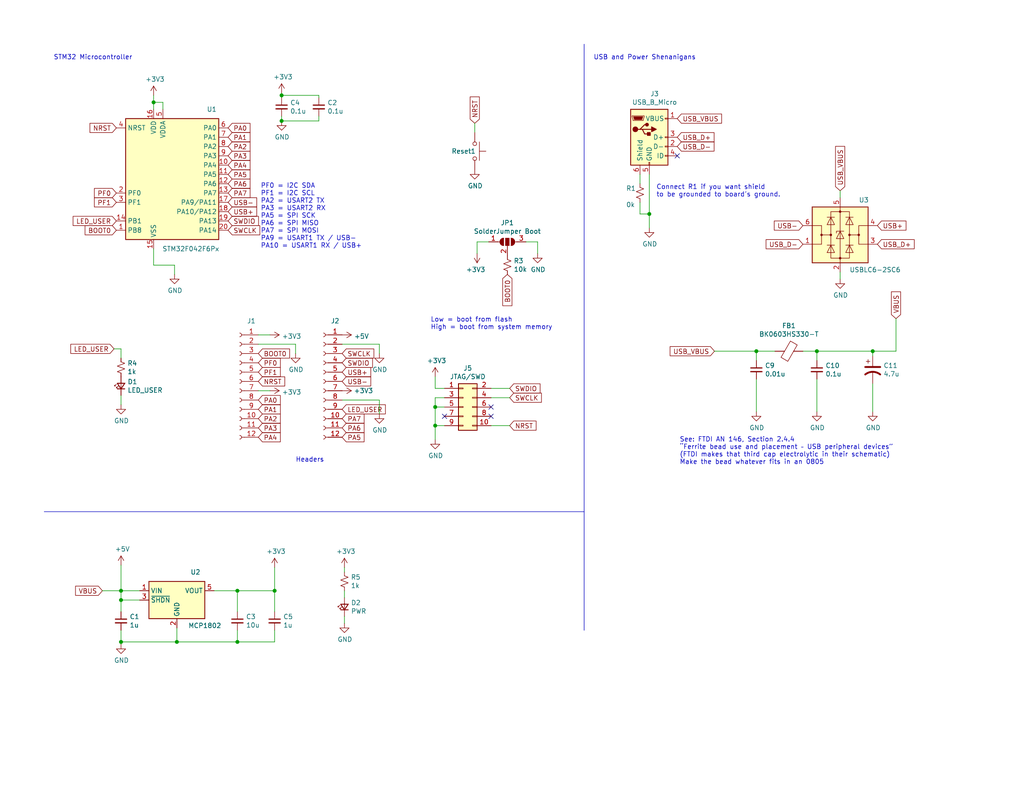
<source format=kicad_sch>
(kicad_sch (version 20230121) (generator eeschema)
  (paper "USLetter")
  (title_block (title "STM32F042 Dev Board") (date "2023-03-22") (rev "3") (company "Jed Parsons"))
  (lib_symbols
    (symbol "Connector:Conn_01x12_Female" (pin_names (offset 1.016) hide)
      (property "Reference" "J" (at 0 15.24 0))
      (property "Value" "Conn_01x12_Female" (at 0 -17.78 0))
      (symbol "Conn_01x12_Female_1_1"
        (arc (start 0 -14.732) (mid -0.5058 -15.24) (end 0 -15.748) (stroke (width 0.1524)))
        (arc (start 0 -12.192) (mid -0.5058 -12.7) (end 0 -13.208) (stroke (width 0.1524)))
        (arc (start 0 -9.652) (mid -0.5058 -10.16) (end 0 -10.668) (stroke (width 0.1524)))
        (arc (start 0 -7.112) (mid -0.5058 -7.62) (end 0 -8.128) (stroke (width 0.1524)))
        (arc (start 0 -4.572) (mid -0.5058 -5.08) (end 0 -5.588) (stroke (width 0.1524)))
        (arc (start 0 -2.032) (mid -0.5058 -2.54) (end 0 -3.048) (stroke (width 0.1524)))
        (polyline (pts (xy -1.27 -15.24) (xy -0.508 -15.24)) (stroke (width 0.1524)))
        (polyline (pts (xy -1.27 -12.7) (xy -0.508 -12.7)) (stroke (width 0.1524)))
        (polyline (pts (xy -1.27 -10.16) (xy -0.508 -10.16)) (stroke (width 0.1524)))
        (polyline (pts (xy -1.27 -7.62) (xy -0.508 -7.62)) (stroke (width 0.1524)))
        (polyline (pts (xy -1.27 -5.08) (xy -0.508 -5.08)) (stroke (width 0.1524)))
        (polyline (pts (xy -1.27 -2.54) (xy -0.508 -2.54)) (stroke (width 0.1524)))
        (polyline (pts (xy -1.27 0) (xy -0.508 0)) (stroke (width 0.1524)))
        (polyline (pts (xy -1.27 2.54) (xy -0.508 2.54)) (stroke (width 0.1524)))
        (polyline (pts (xy -1.27 5.08) (xy -0.508 5.08)) (stroke (width 0.1524)))
        (polyline (pts (xy -1.27 7.62) (xy -0.508 7.62)) (stroke (width 0.1524)))
        (polyline (pts (xy -1.27 10.16) (xy -0.508 10.16)) (stroke (width 0.1524)))
        (polyline (pts (xy -1.27 12.7) (xy -0.508 12.7)) (stroke (width 0.1524)))
        (arc (start 0 0.508) (mid -0.5058 0) (end 0 -0.508) (stroke (width 0.1524)))
        (arc (start 0 3.048) (mid -0.5058 2.54) (end 0 2.032) (stroke (width 0.1524)))
        (arc (start 0 5.588) (mid -0.5058 5.08) (end 0 4.572) (stroke (width 0.1524)))
        (arc (start 0 8.128) (mid -0.5058 7.62) (end 0 7.112) (stroke (width 0.1524)))
        (arc (start 0 10.668) (mid -0.5058 10.16) (end 0 9.652) (stroke (width 0.1524)))
        (arc (start 0 13.208) (mid -0.5058 12.7) (end 0 12.192) (stroke (width 0.1524)))
        (pin passive line (at -5.08 12.7 0) (length 3.81) (name "Pin_1") (number "1"))
        (pin passive line (at -5.08 -10.16 0) (length 3.81) (name "Pin_10") (number "10"))
        (pin passive line (at -5.08 -12.7 0) (length 3.81) (name "Pin_11") (number "11"))
        (pin passive line (at -5.08 -15.24 0) (length 3.81) (name "Pin_12") (number "12"))
        (pin passive line (at -5.08 10.16 0) (length 3.81) (name "Pin_2") (number "2"))
        (pin passive line (at -5.08 7.62 0) (length 3.81) (name "Pin_3") (number "3"))
        (pin passive line (at -5.08 5.08 0) (length 3.81) (name "Pin_4") (number "4"))
        (pin passive line (at -5.08 2.54 0) (length 3.81) (name "Pin_5") (number "5"))
        (pin passive line (at -5.08 0 0) (length 3.81) (name "Pin_6") (number "6"))
        (pin passive line (at -5.08 -2.54 0) (length 3.81) (name "Pin_7") (number "7"))
        (pin passive line (at -5.08 -5.08 0) (length 3.81) (name "Pin_8") (number "8"))
        (pin passive line (at -5.08 -7.62 0) (length 3.81) (name "Pin_9") (number "9"))
      )
    )
    (symbol "Connector:USB_B_Micro" (pin_names (offset 1.016))
      (property "Reference" "J" (at -5.08 11.43 0))
      (property "Value" "USB_B_Micro" (at -5.08 8.89 0))
      (symbol "USB_B_Micro_0_1"
        (rectangle (start -5.08 -7.62) (end 5.08 7.62) (stroke (width 0.254)) (fill (type background)))
        (circle (center -3.81 2.159) (radius 0.635) (stroke (width 0.254)) (fill (type outline)))
        (circle (center -0.635 3.429) (radius 0.381) (stroke (width 0.254)) (fill (type outline)))
        (rectangle (start -0.127 -7.62) (end 0.127 -6.858))
        (polyline (pts (xy -1.905 2.159) (xy 0.635 2.159)) (stroke (width 0.254)))
        (polyline (pts (xy -3.175 2.159) (xy -2.54 2.159) (xy -1.27 3.429) (xy -0.635 3.429)) (stroke (width 0.254)))
        (polyline (pts (xy -2.54 2.159) (xy -1.905 2.159) (xy -1.27 0.889) (xy 0 0.889)) (stroke (width 0.254)))
        (polyline (pts (xy 0.635 2.794) (xy 0.635 1.524) (xy 1.905 2.159) (xy 0.635 2.794)) (stroke (width 0.254)) (fill (type outline)))
        (polyline (pts (xy -4.318 5.588) (xy -1.778 5.588) (xy -2.032 4.826) (xy -4.064 4.826) (xy -4.318 5.588)) (fill (type outline)))
        (polyline (pts (xy -4.699 5.842) (xy -4.699 5.588) (xy -4.445 4.826) (xy -4.445 4.572) (xy -1.651 4.572) (xy -1.651 4.826) (xy -1.397 5.588) (xy -1.397 5.842) (xy -4.699 5.842)))
        (rectangle (start 0.254 1.27) (end -0.508 0.508) (stroke (width 0.254)) (fill (type outline)))
        (rectangle (start 5.08 -5.207) (end 4.318 -4.953))
        (rectangle (start 5.08 -2.667) (end 4.318 -2.413))
        (rectangle (start 5.08 -0.127) (end 4.318 0.127))
        (rectangle (start 5.08 4.953) (end 4.318 5.207))
      )
      (symbol "USB_B_Micro_1_1"
        (pin power_out line (at 7.62 5.08 180) (length 2.54) (name "VBUS") (number "1"))
        (pin bidirectional line (at 7.62 -2.54 180) (length 2.54) (name "D-") (number "2"))
        (pin bidirectional line (at 7.62 0 180) (length 2.54) (name "D+") (number "3"))
        (pin passive line (at 7.62 -5.08 180) (length 2.54) (name "ID") (number "4"))
        (pin power_out line (at 0 -10.16 90) (length 2.54) (name "GND") (number "5"))
        (pin passive line (at -2.54 -10.16 90) (length 2.54) (name "Shield") (number "6"))
      )
    )
    (symbol "Connector_Generic:Conn_02x05_Odd_Even" (pin_names (offset 1.016) hide)
      (property "Reference" "J" (at 1.27 7.62 0))
      (property "Value" "Conn_02x05_Odd_Even" (at 1.27 -7.62 0))
      (symbol "Conn_02x05_Odd_Even_1_1"
        (rectangle (start -1.27 -4.953) (end 0 -5.207) (stroke (width 0.1524)))
        (rectangle (start -1.27 -2.413) (end 0 -2.667) (stroke (width 0.1524)))
        (rectangle (start -1.27 0.127) (end 0 -0.127) (stroke (width 0.1524)))
        (rectangle (start -1.27 2.667) (end 0 2.413) (stroke (width 0.1524)))
        (rectangle (start -1.27 5.207) (end 0 4.953) (stroke (width 0.1524)))
        (rectangle (start -1.27 6.35) (end 3.81 -6.35) (stroke (width 0.254)) (fill (type background)))
        (rectangle (start 3.81 -4.953) (end 2.54 -5.207) (stroke (width 0.1524)))
        (rectangle (start 3.81 -2.413) (end 2.54 -2.667) (stroke (width 0.1524)))
        (rectangle (start 3.81 0.127) (end 2.54 -0.127) (stroke (width 0.1524)))
        (rectangle (start 3.81 2.667) (end 2.54 2.413) (stroke (width 0.1524)))
        (rectangle (start 3.81 5.207) (end 2.54 4.953) (stroke (width 0.1524)))
        (pin passive line (at -5.08 5.08 0) (length 3.81) (name "Pin_1") (number "1"))
        (pin passive line (at 7.62 -5.08 180) (length 3.81) (name "Pin_10") (number "10"))
        (pin passive line (at 7.62 5.08 180) (length 3.81) (name "Pin_2") (number "2"))
        (pin passive line (at -5.08 2.54 0) (length 3.81) (name "Pin_3") (number "3"))
        (pin passive line (at 7.62 2.54 180) (length 3.81) (name "Pin_4") (number "4"))
        (pin passive line (at -5.08 0 0) (length 3.81) (name "Pin_5") (number "5"))
        (pin passive line (at 7.62 0 180) (length 3.81) (name "Pin_6") (number "6"))
        (pin passive line (at -5.08 -2.54 0) (length 3.81) (name "Pin_7") (number "7"))
        (pin passive line (at 7.62 -2.54 180) (length 3.81) (name "Pin_8") (number "8"))
        (pin passive line (at -5.08 -5.08 0) (length 3.81) (name "Pin_9") (number "9"))
      )
    )
    (symbol "Device:C_Small" (pin_numbers hide) (pin_names (offset 0.254) hide)
      (property "Reference" "C" (at 0.254 1.778 0))
      (property "Value" "C_Small" (at 0.254 -2.032 0))
      (symbol "C_Small_0_1"
        (polyline (pts (xy -1.524 -0.508) (xy 1.524 -0.508)) (stroke (width 0.3302)))
        (polyline (pts (xy -1.524 0.508) (xy 1.524 0.508)) (stroke (width 0.3048)))
      )
      (symbol "C_Small_1_1"
        (pin passive line (at 0 2.54 270) (length 2.032) (name "~") (number "1"))
        (pin passive line (at 0 -2.54 90) (length 2.032) (name "~") (number "2"))
      )
    )
    (symbol "Device:LED_Small" (pin_numbers hide) (pin_names (offset 0.254) hide)
      (property "Reference" "D" (at -1.27 3.175 0))
      (property "Value" "LED_Small" (at -4.445 -2.54 0))
      (symbol "LED_Small_0_1"
        (polyline (pts (xy -0.762 -1.016) (xy -0.762 1.016)) (stroke (width 0.254)))
        (polyline (pts (xy 1.016 0) (xy -0.762 0)))
        (polyline (pts (xy 0.762 -1.016) (xy -0.762 0) (xy 0.762 1.016) (xy 0.762 -1.016)) (stroke (width 0.254)))
        (polyline (pts (xy 0 0.762) (xy -0.508 1.27) (xy -0.254 1.27) (xy -0.508 1.27) (xy -0.508 1.016)))
        (polyline (pts (xy 0.508 1.27) (xy 0 1.778) (xy 0.254 1.778) (xy 0 1.778) (xy 0 1.524)))
      )
      (symbol "LED_Small_1_1"
        (pin passive line (at -2.54 0 0) (length 1.778) (name "K") (number "1"))
        (pin passive line (at 2.54 0 180) (length 1.778) (name "A") (number "2"))
      )
    )
    (symbol "Device:R_Small_US" (pin_numbers hide) (pin_names (offset 0.254) hide)
      (property "Reference" "R" (at 0.762 0.508 0))
      (property "Value" "R_Small_US" (at 0.762 -1.016 0))
      (symbol "R_Small_US_1_1"
        (polyline (pts (xy 0 0) (xy 1.016 -0.381) (xy 0 -0.762) (xy -1.016 -1.143) (xy 0 -1.524)))
        (polyline (pts (xy 0 1.524) (xy 1.016 1.143) (xy 0 0.762) (xy -1.016 0.381) (xy 0 0)))
        (pin passive line (at 0 2.54 270) (length 1.016) (name "~") (number "1"))
        (pin passive line (at 0 -2.54 90) (length 1.016) (name "~") (number "2"))
      )
    )
    (symbol "MCU_ST_STM32F0:STM32F042F6Px"
      (property "Reference" "U" (at -12.7 16.51 0))
      (property "Value" "STM32F042F6Px" (at 0 16.51 0))
      (symbol "STM32F042F6Px_0_1"
        (rectangle (start -12.7 -17.78) (end 12.7 15.24) (stroke (width 0.254)) (fill (type background)))
      )
      (symbol "STM32F042F6Px_1_1"
        (pin bidirectional line (at -15.24 -15.24 0) (length 2.54) (name "PB8") (number "1"))
        (pin bidirectional line (at 15.24 2.54 180) (length 2.54) (name "PA4") (number "10"))
        (pin bidirectional line (at 15.24 0 180) (length 2.54) (name "PA5") (number "11"))
        (pin bidirectional line (at 15.24 -2.54 180) (length 2.54) (name "PA6") (number "12"))
        (pin bidirectional line (at 15.24 -5.08 180) (length 2.54) (name "PA7") (number "13"))
        (pin bidirectional line (at -15.24 -12.7 0) (length 2.54) (name "PB1") (number "14"))
        (pin power_in line (at -5.08 -20.32 90) (length 2.54) (name "VSS") (number "15"))
        (pin power_in line (at -5.08 17.78 270) (length 2.54) (name "VDD") (number "16"))
        (pin bidirectional line (at 15.24 -7.62 180) (length 2.54) (name "PA9/PA11") (number "17"))
        (pin bidirectional line (at 15.24 -10.16 180) (length 2.54) (name "PA10/PA12") (number "18"))
        (pin bidirectional line (at 15.24 -12.7 180) (length 2.54) (name "PA13") (number "19"))
        (pin input line (at -15.24 -5.08 0) (length 2.54) (name "PF0") (number "2"))
        (pin bidirectional line (at 15.24 -15.24 180) (length 2.54) (name "PA14") (number "20"))
        (pin input line (at -15.24 -7.62 0) (length 2.54) (name "PF1") (number "3"))
        (pin input line (at -15.24 12.7 0) (length 2.54) (name "NRST") (number "4"))
        (pin power_in line (at -2.54 17.78 270) (length 2.54) (name "VDDA") (number "5"))
        (pin bidirectional line (at 15.24 12.7 180) (length 2.54) (name "PA0") (number "6"))
        (pin bidirectional line (at 15.24 10.16 180) (length 2.54) (name "PA1") (number "7"))
        (pin bidirectional line (at 15.24 7.62 180) (length 2.54) (name "PA2") (number "8"))
        (pin bidirectional line (at 15.24 5.08 180) (length 2.54) (name "PA3") (number "9"))
      )
    )
    (symbol "Power_Protection:USBLC6-2SC6" (pin_names hide)
      (property "Reference" "U" (at 2.54 8.89 0))
      (property "Value" "USBLC6-2SC6" (at 2.54 -8.89 0))
      (symbol "USBLC6-2SC6_0_1"
        (rectangle (start -7.62 -7.62) (end 7.62 7.62) (stroke (width 0.254)) (fill (type background)))
        (circle (center -5.08 0) (radius 0.254) (fill (type outline)))
        (circle (center -2.54 0) (radius 0.254) (fill (type outline)))
        (rectangle (start -2.54 6.35) (end 2.54 -6.35))
        (circle (center 0 -6.35) (radius 0.254) (fill (type outline)))
        (polyline (pts (xy -5.08 -2.54) (xy -7.62 -2.54)))
        (polyline (pts (xy -5.08 0) (xy -5.08 -2.54)))
        (polyline (pts (xy -5.08 2.54) (xy -7.62 2.54)))
        (polyline (pts (xy -1.524 -2.794) (xy -3.556 -2.794)))
        (polyline (pts (xy -1.524 4.826) (xy -3.556 4.826)))
        (polyline (pts (xy 0 -7.62) (xy 0 -6.35)))
        (polyline (pts (xy 0 -6.35) (xy 0 1.27)))
        (polyline (pts (xy 0 1.27) (xy 0 6.35)))
        (polyline (pts (xy 0 6.35) (xy 0 7.62)))
        (polyline (pts (xy 1.524 -2.794) (xy 3.556 -2.794)))
        (polyline (pts (xy 1.524 4.826) (xy 3.556 4.826)))
        (polyline (pts (xy 5.08 -2.54) (xy 7.62 -2.54)))
        (polyline (pts (xy 5.08 0) (xy 5.08 -2.54)))
        (polyline (pts (xy 5.08 2.54) (xy 7.62 2.54)))
        (polyline (pts (xy -2.54 0) (xy -5.08 0) (xy -5.08 2.54)))
        (polyline (pts (xy 2.54 0) (xy 5.08 0) (xy 5.08 2.54)))
        (polyline (pts (xy -3.556 -4.826) (xy -1.524 -4.826) (xy -2.54 -2.794) (xy -3.556 -4.826)))
        (polyline (pts (xy -3.556 2.794) (xy -1.524 2.794) (xy -2.54 4.826) (xy -3.556 2.794)))
        (polyline (pts (xy -1.016 -1.016) (xy 1.016 -1.016) (xy 0 1.016) (xy -1.016 -1.016)))
        (polyline (pts (xy 1.016 1.016) (xy 0.762 1.016) (xy -1.016 1.016) (xy -1.016 0.508)))
        (polyline (pts (xy 3.556 -4.826) (xy 1.524 -4.826) (xy 2.54 -2.794) (xy 3.556 -4.826)))
        (polyline (pts (xy 3.556 2.794) (xy 1.524 2.794) (xy 2.54 4.826) (xy 3.556 2.794)))
        (circle (center 0 6.35) (radius 0.254) (fill (type outline)))
        (circle (center 2.54 0) (radius 0.254) (fill (type outline)))
        (circle (center 5.08 0) (radius 0.254) (fill (type outline)))
      )
      (symbol "USBLC6-2SC6_1_1"
        (pin passive line (at -10.16 -2.54 0) (length 2.54) (name "I/O1") (number "1"))
        (pin passive line (at 0 -10.16 90) (length 2.54) (name "GND") (number "2"))
        (pin passive line (at 10.16 -2.54 180) (length 2.54) (name "I/O2") (number "3"))
        (pin passive line (at 10.16 2.54 180) (length 2.54) (name "I/O2") (number "4"))
        (pin passive line (at 0 10.16 270) (length 2.54) (name "VBUS") (number "5"))
        (pin passive line (at -10.16 2.54 0) (length 2.54) (name "I/O1") (number "6"))
      )
    )
    (symbol "Regulator_Linear:MCP1802x-xx02xOT"
      (property "Reference" "U" (at -6.35 6.35 0))
      (property "Value" "MCP1802x-xx02xOT" (at 0 6.35 0))
      (symbol "MCP1802x-xx02xOT_0_1"
        (rectangle (start -7.62 5.08) (end 7.62 -5.08) (stroke (width 0.254)) (fill (type background)))
      )
      (symbol "MCP1802x-xx02xOT_1_1"
        (pin power_in line (at -10.16 2.54 0) (length 2.54) (name "VIN") (number "1"))
        (pin power_in line (at 0 -7.62 90) (length 2.54) (name "GND") (number "2"))
        (pin input line (at -10.16 0 0) (length 2.54) (name "~{SHDN}") (number "3"))
        (pin no_connect line (at 7.62 0 180) (length 2.54) hide (name "NC") (number "4"))
        (pin power_out line (at 10.16 2.54 180) (length 2.54) (name "VOUT") (number "5"))
      )
    )
    (symbol "Switch:SW_Push" (pin_numbers hide) (pin_names (offset 1.016) hide)
      (property "Reference" "SW" (at 1.27 2.54 0))
      (property "Value" "SW_Push" (at 0 -1.524 0))
      (symbol "SW_Push_0_1"
        (circle (center -2.032 0) (radius 0.508))
        (polyline (pts (xy 0 1.27) (xy 0 3.048)))
        (polyline (pts (xy 2.54 1.27) (xy -2.54 1.27)))
        (circle (center 2.032 0) (radius 0.508))
        (pin passive line (at -5.08 0 0) (length 2.54) (name "1") (number "1"))
        (pin passive line (at 5.08 0 180) (length 2.54) (name "2") (number "2"))
      )
    )
    (symbol "power:+5V" (power) (pin_names (offset 0))
      (property "Value" "+5V" (at 0 3.556 0))
      (symbol "+5V_0_1"
        (polyline (pts (xy -0.762 1.27) (xy 0 2.54)))
        (polyline (pts (xy 0 0) (xy 0 2.54)))
        (polyline (pts (xy 0 2.54) (xy 0.762 1.27)))
      )
      (symbol "+5V_1_1"
        (pin power_in line (at 0 0 90) (length 0) hide (name "+5V") (number "1"))
      )
    )
    (symbol "power:GND" (power) (pin_names (offset 0))
      (property "Value" "GND" (at 0 -3.81 0))
      (symbol "GND_0_1"
        (polyline (pts (xy 0 0) (xy 0 -1.27) (xy 1.27 -1.27) (xy 0 -2.54) (xy -1.27 -1.27) (xy 0 -1.27)))
      )
      (symbol "GND_1_1"
        (pin power_in line (at 0 0 270) (length 0) hide (name "GND") (number "1"))
      )
    )
    (symbol "stm32f042_board-rescue:+3.3V-power" (power) (pin_names (offset 0))
      (property "Value" "+3.3V-power" (at 0 3.556 0))
      (symbol "+3.3V-power_0_1"
        (polyline (pts (xy -0.762 1.27) (xy 0 2.54)))
        (polyline (pts (xy 0 0) (xy 0 2.54)))
        (polyline (pts (xy 0 2.54) (xy 0.762 1.27)))
      )
      (symbol "+3.3V-power_1_1"
        (pin power_in line (at 0 0 90) (length 0) hide (name "+3V3") (number "1"))
      )
    )
    (symbol "stm32f042_board-rescue:CP1-Device" (pin_numbers hide) (pin_names (offset 0.254) hide)
      (property "Reference" "C" (at 0.635 2.54 0))
      (property "Value" "CP1-Device" (at 0.635 -2.54 0))
      (symbol "CP1-Device_0_1"
        (polyline (pts (xy -2.032 0.762) (xy 2.032 0.762)) (stroke (width 0.508)))
        (polyline (pts (xy -1.778 2.286) (xy -0.762 2.286)))
        (polyline (pts (xy -1.27 1.778) (xy -1.27 2.794)))
        (arc (start 2.032 -1.27) (mid 0 -0.5572) (end -2.032 -1.27) (stroke (width 0.508)))
      )
      (symbol "CP1-Device_1_1"
        (pin passive line (at 0 3.81 270) (length 2.794) (name "~") (number "1"))
        (pin passive line (at 0 -3.81 90) (length 3.302) (name "~") (number "2"))
      )
    )
    (symbol "stm32f042_board-rescue:Ferrite_Bead-Device" (pin_numbers hide) (pin_names (offset 0))
      (property "Reference" "FB" (at -3.81 0.635 90))
      (property "Value" "Ferrite_Bead-Device" (at 3.81 0 90))
      (symbol "Ferrite_Bead-Device_0_1"
        (polyline (pts (xy 0 -1.27) (xy 0 -1.2192)))
        (polyline (pts (xy 0 1.27) (xy 0 1.2954)))
        (polyline (pts (xy -2.7686 0.4064) (xy -1.7018 2.2606) (xy 2.7686 -0.3048) (xy 1.6764 -2.159) (xy -2.7686 0.4064)))
      )
      (symbol "Ferrite_Bead-Device_1_1"
        (pin passive line (at 0 3.81 270) (length 2.54) (name "~") (number "1"))
        (pin passive line (at 0 -3.81 90) (length 2.54) (name "~") (number "2"))
      )
    )
    (symbol "stm32f042_board-rescue:SolderJumper_3_Open-Jumper" (pin_names (offset 0) hide)
      (property "Reference" "JP" (at -2.54 -2.54 0))
      (property "Value" "SolderJumper_3_Open-Jumper" (at 0 2.794 0))
      (symbol "SolderJumper_3_Open-Jumper_0_1"
        (arc (start -1.016 1.016) (mid -2.0276 0) (end -1.016 -1.016))
        (arc (start -1.016 1.016) (mid -2.0276 0) (end -1.016 -1.016) (fill (type outline)))
        (rectangle (start -0.508 1.016) (end 0.508 -1.016) (fill (type outline)))
        (polyline (pts (xy -2.54 0) (xy -2.032 0)))
        (polyline (pts (xy -1.016 1.016) (xy -1.016 -1.016)))
        (polyline (pts (xy 0 -1.27) (xy 0 -1.016)))
        (polyline (pts (xy 1.016 1.016) (xy 1.016 -1.016)))
        (polyline (pts (xy 2.54 0) (xy 2.032 0)))
        (arc (start 1.016 -1.016) (mid 2.0276 0) (end 1.016 1.016))
        (arc (start 1.016 -1.016) (mid 2.0276 0) (end 1.016 1.016) (fill (type outline)))
      )
      (symbol "SolderJumper_3_Open-Jumper_1_1"
        (pin passive line (at -5.08 0 0) (length 2.54) (name "A") (number "1"))
        (pin input line (at 0 -3.81 90) (length 2.54) (name "C") (number "2"))
        (pin passive line (at 5.08 0 180) (length 2.54) (name "B") (number "3"))
      )
    )
  )
  (junction (at 222.885 95.885))
  (junction (at 64.77 161.29))
  (junction (at 76.835 26.035))
  (junction (at 76.835 33.02))
  (junction (at 118.745 116.205))
  (junction (at 118.745 111.125))
  (junction (at 64.77 175.26))
  (junction (at 177.165 58.42))
  (junction (at 74.93 161.29))
  (junction (at 206.375 95.885))
  (junction (at 33.02 175.26))
  (junction (at 41.91 27.94))
  (junction (at 48.26 175.26))
  (junction (at 33.02 163.83))
  (junction (at 33.02 161.29))
  (junction (at 238.125 95.885))
  (no_connect (at 133.985 111.125))
  (no_connect (at 184.785 42.545))
  (no_connect (at 121.285 113.665))
  (no_connect (at 133.985 113.665))
  (wire (pts (xy 33.02 97.79) (xy 33.02 95.25)))
  (wire (pts (xy 130.175 66.04) (xy 133.35 66.04)))
  (wire (pts (xy 33.02 163.83) (xy 38.1 163.83)))
  (wire (pts (xy 86.995 33.02) (xy 76.835 33.02)))
  (wire (pts (xy 118.745 108.585) (xy 121.285 108.585)))
  (wire (pts (xy 93.98 154.94) (xy 93.98 156.21)))
  (wire (pts (xy 229.235 52.07) (xy 229.235 53.975)))
  (wire (pts (xy 177.165 58.42) (xy 177.165 62.23)))
  (wire (pts (xy 41.91 72.39) (xy 47.625 72.39)))
  (wire (pts (xy 33.02 172.085) (xy 33.02 175.26)))
  (wire (pts (xy 244.475 95.885) (xy 244.475 86.995)))
  (wire (pts (xy 47.625 72.39) (xy 47.625 74.93)))
  (wire (pts (xy 174.625 58.42) (xy 177.165 58.42)))
  (wire (pts (xy 238.125 97.155) (xy 238.125 95.885)))
  (wire (pts (xy 64.77 175.26) (xy 64.77 172.085)))
  (wire (pts (xy 222.885 98.425) (xy 222.885 95.885)))
  (wire (pts (xy 93.98 161.29) (xy 93.98 163.195)))
  (wire (pts (xy 118.745 102.87) (xy 118.745 106.045)))
  (wire (pts (xy 86.995 26.035) (xy 86.995 26.67)))
  (wire (pts (xy 118.745 106.045) (xy 121.285 106.045)))
  (wire (pts (xy 133.985 106.045) (xy 139.065 106.045)))
  (wire (pts (xy 206.375 95.885) (xy 211.455 95.885)))
  (wire (pts (xy 41.91 27.94) (xy 41.91 26.035)))
  (wire (pts (xy 146.685 66.04) (xy 146.685 69.215)))
  (wire (pts (xy 44.45 29.845) (xy 44.45 27.94)))
  (wire (pts (xy 33.02 175.26) (xy 33.02 175.895)))
  (wire (pts (xy 33.02 175.26) (xy 48.26 175.26)))
  (wire (pts (xy 129.54 33.655) (xy 129.54 36.195)))
  (wire (pts (xy 194.945 95.885) (xy 206.375 95.885)))
  (wire (pts (xy 103.505 93.98) (xy 103.505 96.52)))
  (wire (pts (xy 80.645 93.98) (xy 80.645 96.52)))
  (wire (pts (xy 238.125 95.885) (xy 244.475 95.885)))
  (wire (pts (xy 121.285 111.125) (xy 118.745 111.125)))
  (wire (pts (xy 70.485 91.44) (xy 73.66 91.44)))
  (wire (pts (xy 121.285 116.205) (xy 118.745 116.205)))
  (wire (pts (xy 64.77 161.29) (xy 64.77 167.005)))
  (wire (pts (xy 48.26 175.26) (xy 64.77 175.26)))
  (wire (pts (xy 33.02 161.29) (xy 27.94 161.29)))
  (wire (pts (xy 222.885 103.505) (xy 222.885 112.395)))
  (wire (pts (xy 238.125 104.775) (xy 238.125 112.395)))
  (wire (pts (xy 118.745 120.015) (xy 118.745 116.205)))
  (wire (pts (xy 33.02 167.005) (xy 33.02 163.83)))
  (wire (pts (xy 41.91 67.945) (xy 41.91 72.39)))
  (wire (pts (xy 70.485 93.98) (xy 80.645 93.98)))
  (wire (pts (xy 118.745 111.125) (xy 118.745 108.585)))
  (wire (pts (xy 174.625 55.245) (xy 174.625 58.42)))
  (wire (pts (xy 133.985 116.205) (xy 139.065 116.205)))
  (wire (pts (xy 206.375 98.425) (xy 206.375 95.885)))
  (wire (pts (xy 103.505 113.03) (xy 103.505 109.22)))
  (wire (pts (xy 206.375 103.505) (xy 206.375 112.395)))
  (wire (pts (xy 44.45 27.94) (xy 41.91 27.94)))
  (wire (pts (xy 222.885 95.885) (xy 238.125 95.885)))
  (wire (pts (xy 74.93 161.29) (xy 74.93 167.005)))
  (wire (pts (xy 58.42 161.29) (xy 64.77 161.29)))
  (wire (pts (xy 74.93 161.29) (xy 74.93 154.94)))
  (wire (pts (xy 76.835 26.035) (xy 76.835 26.67)))
  (wire (pts (xy 64.77 161.29) (xy 74.93 161.29)))
  (wire (pts (xy 93.98 170.18) (xy 93.98 168.275)))
  (wire (pts (xy 219.075 95.885) (xy 222.885 95.885)))
  (wire (pts (xy 118.745 116.205) (xy 118.745 111.125)))
  (wire (pts (xy 76.835 26.035) (xy 86.995 26.035)))
  (wire (pts (xy 48.26 175.26) (xy 48.26 171.45)))
  (wire (pts (xy 177.165 47.625) (xy 177.165 58.42)))
  (polyline (pts (xy 159.385 172.085) (xy 159.385 12.065)))
  (wire (pts (xy 33.02 161.29) (xy 38.1 161.29)))
  (wire (pts (xy 41.91 29.845) (xy 41.91 27.94)))
  (wire (pts (xy 76.835 33.02) (xy 76.835 31.75)))
  (wire (pts (xy 93.345 93.98) (xy 103.505 93.98)))
  (wire (pts (xy 86.995 31.75) (xy 86.995 33.02)))
  (wire (pts (xy 103.505 109.22) (xy 93.345 109.22)))
  (wire (pts (xy 133.985 108.585) (xy 139.065 108.585)))
  (wire (pts (xy 174.625 47.625) (xy 174.625 50.165)))
  (polyline (pts (xy 159.385 139.7) (xy 12.065 139.7)))
  (wire (pts (xy 33.02 161.29) (xy 33.02 163.83)))
  (wire (pts (xy 74.93 175.26) (xy 74.93 172.085)))
  (wire (pts (xy 143.51 66.04) (xy 146.685 66.04)))
  (wire (pts (xy 33.02 110.49) (xy 33.02 107.95)))
  (wire (pts (xy 31.115 95.25) (xy 33.02 95.25)))
  (wire (pts (xy 229.235 76.2) (xy 229.235 74.295)))
  (wire (pts (xy 130.175 69.215) (xy 130.175 66.04)))
  (wire (pts (xy 64.77 175.26) (xy 74.93 175.26)))
  (wire (pts (xy 70.485 106.68) (xy 73.66 106.68)))
  (wire (pts (xy 76.835 25.4) (xy 76.835 26.035)))
  (wire (pts (xy 33.02 154.305) (xy 33.02 161.29)))
  (text "Headers" (at 80.645 126.365 0) (effects (font (size 1.27 1.27)) (justify left bottom)))
  (text "Connect R1 if you want shield\nto be grounded to board's ground." (at 179.07 53.975 0) (effects (font (size 1.27 1.27)) (justify left bottom)))
  (text "PF0 = I2C SDA\nPF1 = I2C SCL\nPA2 = USART2 TX\nPA3 = USART2 RX\nPA5 = SPI SCK\nPA6 = SPI MISO\nPA7 = SPI MOSI\nPA9 = USART1 TX / USB-\nPA10 = USART1 RX / USB+" (at 71.12 67.945 0) (effects (font (size 1.27 1.27)) (justify left bottom)))
  (text "STM32 Microcontroller" (at 14.605 16.51 0) (effects (font (size 1.27 1.27)) (justify left bottom)))
  (text "USB and Power Shenanigans" (at 161.925 16.51 0) (effects (font (size 1.27 1.27)) (justify left bottom)))
  (text "See: FTDI AN 146, Section 2.4.4\n“Ferrite bead use and placement – USB peripheral devices”\n(FTDI makes that third cap electrolytic in their schematic)\nMake the bead whatever fits in an 0805" (at 185.42 127 0) (effects (font (size 1.27 1.27)) (justify left bottom)))
  (text "Low = boot from flash\nHigh = boot from system memory" (at 117.475 90.17 0) (effects (font (size 1.27 1.27)) (justify left bottom)))
  (global_label "PF0" (shape input) (at 31.75 52.705 180) (property "Intersheetrefs" "${INTERSHEET_REFS}" (effects hide)))
  (global_label "USB_VBUS" (shape input) (at 194.945 95.885 180) (property "Intersheetrefs" "${INTERSHEET_REFS}" (effects hide)))
  (global_label "PA7" (shape input) (at 62.23 52.705 0) (property "Intersheetrefs" "${INTERSHEET_REFS}" (effects hide)))
  (global_label "USB-" (shape input) (at 62.23 55.245 0) (property "Intersheetrefs" "${INTERSHEET_REFS}" (effects hide)))
  (global_label "USB+" (shape input) (at 93.345 101.6 0) (property "Intersheetrefs" "${INTERSHEET_REFS}" (effects hide)))
  (global_label "PF1" (shape input) (at 31.75 55.245 180) (property "Intersheetrefs" "${INTERSHEET_REFS}" (effects hide)))
  (global_label "PA1" (shape input) (at 62.23 37.465 0) (property "Intersheetrefs" "${INTERSHEET_REFS}" (effects hide)))
  (global_label "BOOT0" (shape input) (at 138.43 74.93 270) (property "Intersheetrefs" "${INTERSHEET_REFS}" (effects hide)))
  (global_label "BOOT0" (shape input) (at 31.75 62.865 180) (property "Intersheetrefs" "${INTERSHEET_REFS}" (effects hide)))
  (global_label "SWCLK" (shape input) (at 139.065 108.585 0) (property "Intersheetrefs" "${INTERSHEET_REFS}" (effects hide)))
  (global_label "PA7" (shape input) (at 93.345 114.3 0) (property "Intersheetrefs" "${INTERSHEET_REFS}" (effects hide)))
  (global_label "USB+" (shape input) (at 62.23 57.785 0) (property "Intersheetrefs" "${INTERSHEET_REFS}" (effects hide)))
  (global_label "SWDIO" (shape input) (at 139.065 106.045 0) (property "Intersheetrefs" "${INTERSHEET_REFS}" (effects hide)))
  (global_label "NRST" (shape input) (at 31.75 34.925 180) (property "Intersheetrefs" "${INTERSHEET_REFS}" (effects hide)))
  (global_label "NRST" (shape input) (at 139.065 116.205 0) (property "Intersheetrefs" "${INTERSHEET_REFS}" (effects hide)))
  (global_label "LED_USER" (shape input) (at 31.75 60.325 180) (property "Intersheetrefs" "${INTERSHEET_REFS}" (effects hide)))
  (global_label "PA6" (shape input) (at 93.345 116.84 0) (property "Intersheetrefs" "${INTERSHEET_REFS}" (effects hide)))
  (global_label "PA4" (shape input) (at 62.23 45.085 0) (property "Intersheetrefs" "${INTERSHEET_REFS}" (effects hide)))
  (global_label "PA2" (shape input) (at 70.485 114.3 0) (property "Intersheetrefs" "${INTERSHEET_REFS}" (effects hide)))
  (global_label "SWDIO" (shape input) (at 62.23 60.325 0) (property "Intersheetrefs" "${INTERSHEET_REFS}" (effects hide)))
  (global_label "PA4" (shape input) (at 70.485 119.38 0) (property "Intersheetrefs" "${INTERSHEET_REFS}" (effects hide)))
  (global_label "PF1" (shape input) (at 70.485 101.6 0) (property "Intersheetrefs" "${INTERSHEET_REFS}" (effects hide)))
  (global_label "USB_D-" (shape input) (at 219.075 66.675 180) (property "Intersheetrefs" "${INTERSHEET_REFS}" (effects hide)))
  (global_label "PA3" (shape input) (at 70.485 116.84 0) (property "Intersheetrefs" "${INTERSHEET_REFS}" (effects hide)))
  (global_label "PA0" (shape input) (at 62.23 34.925 0) (property "Intersheetrefs" "${INTERSHEET_REFS}" (effects hide)))
  (global_label "USB_VBUS" (shape input) (at 184.785 32.385 0) (property "Intersheetrefs" "${INTERSHEET_REFS}" (effects hide)))
  (global_label "USB+" (shape input) (at 239.395 61.595 0) (property "Intersheetrefs" "${INTERSHEET_REFS}" (effects hide)))
  (global_label "USB-" (shape input) (at 93.345 104.14 0) (property "Intersheetrefs" "${INTERSHEET_REFS}" (effects hide)))
  (global_label "SWCLK" (shape input) (at 62.23 62.865 0) (property "Intersheetrefs" "${INTERSHEET_REFS}" (effects hide)))
  (global_label "SWCLK" (shape input) (at 93.345 96.52 0) (property "Intersheetrefs" "${INTERSHEET_REFS}" (effects hide)))
  (global_label "NRST" (shape input) (at 70.485 104.14 0) (property "Intersheetrefs" "${INTERSHEET_REFS}" (effects hide)))
  (global_label "USB-" (shape input) (at 219.075 61.595 180) (property "Intersheetrefs" "${INTERSHEET_REFS}" (effects hide)))
  (global_label "USB_VBUS" (shape input) (at 229.235 52.07 90) (property "Intersheetrefs" "${INTERSHEET_REFS}" (effects hide)))
  (global_label "PF0" (shape input) (at 70.485 99.06 0) (property "Intersheetrefs" "${INTERSHEET_REFS}" (effects hide)))
  (global_label "PA6" (shape input) (at 62.23 50.165 0) (property "Intersheetrefs" "${INTERSHEET_REFS}" (effects hide)))
  (global_label "LED_USER" (shape input) (at 31.115 95.25 180) (property "Intersheetrefs" "${INTERSHEET_REFS}" (effects hide)))
  (global_label "LED_USER" (shape input) (at 93.345 111.76 0) (property "Intersheetrefs" "${INTERSHEET_REFS}" (effects hide)))
  (global_label "PA5" (shape input) (at 93.345 119.38 0) (property "Intersheetrefs" "${INTERSHEET_REFS}" (effects hide)))
  (global_label "USB_D+" (shape input) (at 239.395 66.675 0) (property "Intersheetrefs" "${INTERSHEET_REFS}" (effects hide)))
  (global_label "PA5" (shape input) (at 62.23 47.625 0) (property "Intersheetrefs" "${INTERSHEET_REFS}" (effects hide)))
  (global_label "SWDIO" (shape input) (at 93.345 99.06 0) (property "Intersheetrefs" "${INTERSHEET_REFS}" (effects hide)))
  (global_label "PA0" (shape input) (at 70.485 109.22 0) (property "Intersheetrefs" "${INTERSHEET_REFS}" (effects hide)))
  (global_label "PA1" (shape input) (at 70.485 111.76 0) (property "Intersheetrefs" "${INTERSHEET_REFS}" (effects hide)))
  (global_label "BOOT0" (shape input) (at 70.485 96.52 0) (property "Intersheetrefs" "${INTERSHEET_REFS}" (effects hide)))
  (global_label "VBUS" (shape input) (at 27.94 161.29 180) (property "Intersheetrefs" "${INTERSHEET_REFS}" (effects hide)))
  (global_label "PA3" (shape input) (at 62.23 42.545 0) (property "Intersheetrefs" "${INTERSHEET_REFS}" (effects hide)))
  (global_label "USB_D+" (shape input) (at 184.785 37.465 0) (property "Intersheetrefs" "${INTERSHEET_REFS}" (effects hide)))
  (global_label "VBUS" (shape input) (at 244.475 86.995 90) (property "Intersheetrefs" "${INTERSHEET_REFS}" (effects hide)))
  (global_label "NRST" (shape input) (at 129.54 33.655 90) (property "Intersheetrefs" "${INTERSHEET_REFS}" (effects hide)))
  (global_label "USB_D-" (shape input) (at 184.785 40.005 0) (property "Intersheetrefs" "${INTERSHEET_REFS}" (effects hide)))
  (global_label "PA2" (shape input) (at 62.23 40.005 0) (property "Intersheetrefs" "${INTERSHEET_REFS}" (effects hide)))
  (symbol (lib_id "Switch:SW_Push") (at 129.54 41.275 270) (unit 1)
    (property "Reference" "Reset1" (at 123.19 41.275 90) (effects (justify left)))
    (property "Value" "SW_Push" (effects hide))
    (property "Footprint" "Button_Switch_SMD:SW_SPST_B3U-1000P-B" (effects hide))
  )
  (symbol (lib_id "power:GND") (at 129.54 46.355 0) (unit 1)
    (property "Reference" "#PWR021" (effects hide))
    (property "Value" "GND" (at 129.667 50.7492 0))
  )
  (symbol (lib_id "MCU_ST_STM32F0:STM32F042F6Px") (at 46.99 47.625 0) (unit 1)
    (property "Reference" "U1" (at 57.785 29.845 0))
    (property "Value" "STM32F042F6Px" (at 52.07 67.945 0))
    (property "Footprint" "Package_SO:TSSOP-20_4.4x6.5mm_P0.65mm" (effects hide))
    (property "Datasheet" "http://www.st.com/st-web-ui/static/active/en/resource/technical/document/datasheet/DM00105814.pdf" (effects hide))
  )
  (symbol (lib_id "power:GND") (at 33.02 110.49 0) (unit 1)
    (property "Reference" "#PWR024" (effects hide))
    (property "Value" "GND" (at 33.147 114.8842 0))
  )
  (symbol (lib_id "Connector:Conn_01x12_Female") (at 65.405 104.14 0) (mirror y) (unit 1)
    (property "Reference" "J1" (at 68.58 87.63 0))
    (property "Value" "Conn_01x12_Female" (effects hide))
    (property "Footprint" "Connector_PinSocket_2.54mm:PinSocket_1x12_P2.54mm_Vertical" (effects hide))
  )
  (symbol (lib_id "Connector:Conn_01x12_Female") (at 88.265 104.14 0) (mirror y) (unit 1)
    (property "Reference" "J2" (at 91.44 87.63 0))
    (property "Value" "Conn_01x12_Female" (effects hide))
    (property "Footprint" "Connector_PinSocket_2.54mm:PinSocket_1x12_P2.54mm_Vertical" (effects hide))
  )
  (symbol (lib_id "power:GND") (at 80.645 96.52 0) (unit 1)
    (property "Reference" "#PWR08" (effects hide))
    (property "Value" "GND" (at 80.772 100.9142 0))
  )
  (symbol (lib_id "power:GND") (at 103.505 96.52 0) (unit 1)
    (property "Reference" "#PWR09" (effects hide))
    (property "Value" "GND" (at 103.632 100.9142 0))
  )
  (symbol (lib_id "Device:R_Small_US") (at 138.43 72.39 0) (unit 1)
    (property "Reference" "R3" (at 140.1572 71.2216 0) (effects (justify left)))
    (property "Value" "10k" (at 140.1572 73.533 0) (effects (justify left)))
    (property "Footprint" "Resistor_SMD:R_0603_1608Metric" (effects hide))
  )
  (symbol (lib_id "Device:R_Small_US") (at 33.02 100.33 0) (unit 1)
    (property "Reference" "R4" (at 34.7472 99.1616 0) (effects (justify left)))
    (property "Value" "1k" (at 34.7472 101.473 0) (effects (justify left)))
    (property "Footprint" "Resistor_SMD:R_0603_1608Metric" (effects hide))
  )
  (symbol (lib_id "Connector:USB_B_Micro") (at 177.165 37.465 0) (unit 1)
    (property "Reference" "J3" (at 178.6128 25.6032 0))
    (property "Value" "USB_B_Micro" (at 178.6128 27.9146 0))
    (property "Footprint" "Connector_USB:USB_Micro-B_Molex-105017-0001" (effects hide))
  )
  (symbol (lib_id "power:GND") (at 177.165 62.23 0) (unit 1)
    (property "Reference" "#PWR028" (effects hide))
    (property "Value" "GND" (at 177.292 66.6242 0))
  )
  (symbol (lib_id "Device:C_Small") (at 206.375 100.965 0) (unit 1)
    (property "Reference" "C9" (at 208.7118 99.7966 0) (effects (justify left)))
    (property "Value" "0.01u" (at 208.7118 102.108 0) (effects (justify left)))
    (property "Footprint" "Capacitor_SMD:C_0805_2012Metric" (effects hide))
  )
  (symbol (lib_id "Device:C_Small") (at 222.885 100.965 0) (unit 1)
    (property "Reference" "C10" (at 225.2218 99.7966 0) (effects (justify left)))
    (property "Value" "0.1u" (at 225.2218 102.108 0) (effects (justify left)))
    (property "Footprint" "Capacitor_SMD:C_0805_2012Metric" (effects hide))
  )
  (symbol (lib_id "stm32f042_board-rescue:CP1-Device") (at 238.125 100.965 0) (unit 1)
    (property "Reference" "C11" (at 241.046 99.7966 0) (effects (justify left)))
    (property "Value" "4.7u" (at 241.046 102.108 0) (effects (justify left)))
    (property "Footprint" "Capacitor_SMD:CP_Elec_4x4.5" (effects hide))
  )
  (symbol (lib_id "power:GND") (at 206.375 112.395 0) (unit 1)
    (property "Reference" "#PWR031" (effects hide))
    (property "Value" "GND" (at 206.502 116.7892 0))
  )
  (symbol (lib_id "power:GND") (at 222.885 112.395 0) (unit 1)
    (property "Reference" "#PWR032" (effects hide))
    (property "Value" "GND" (at 223.012 116.7892 0))
  )
  (symbol (lib_id "power:GND") (at 238.125 112.395 0) (unit 1)
    (property "Reference" "#PWR035" (effects hide))
    (property "Value" "GND" (at 238.252 116.7892 0))
  )
  (symbol (lib_id "Power_Protection:USBLC6-2SC6") (at 229.235 64.135 0) (unit 1)
    (property "Reference" "U3" (at 234.315 54.61 0) (effects (justify left)))
    (property "Value" "USBLC6-2SC6" (at 231.775 73.66 0) (effects (justify left)))
    (property "Footprint" "Package_TO_SOT_SMD:SOT-23-6" (effects hide))
    (property "Datasheet" "https://www.st.com/resource/en/datasheet/usblc6-2.pdf" (effects hide))
  )
  (symbol (lib_id "power:GND") (at 229.235 76.2 0) (unit 1)
    (property "Reference" "#PWR033" (effects hide))
    (property "Value" "GND" (at 229.362 80.5942 0))
  )
  (symbol (lib_id "stm32f042_board-rescue:Ferrite_Bead-Device") (at 215.265 95.885 270) (unit 1)
    (property "Reference" "FB1" (at 215.265 88.9254 90))
    (property "Value" "BK0603HS330-T" (at 215.265 91.2368 90))
    (property "Footprint" "Inductor_SMD:L_0805_2012Metric" (effects hide))
  )
  (symbol (lib_id "Device:R_Small_US") (at 93.98 158.75 0) (unit 1)
    (property "Reference" "R5" (at 95.7072 157.5816 0) (effects (justify left)))
    (property "Value" "1k" (at 95.7072 159.893 0) (effects (justify left)))
    (property "Footprint" "Resistor_SMD:R_0603_1608Metric" (effects hide))
  )
  (symbol (lib_id "power:GND") (at 103.505 113.03 0) (unit 1)
    (property "Reference" "#PWR010" (effects hide))
    (property "Value" "GND" (at 103.632 117.4242 0))
  )
  (symbol (lib_id "Connector_Generic:Conn_02x05_Odd_Even") (at 126.365 111.125 0) (unit 1)
    (property "Reference" "J5" (at 127.635 100.5332 0))
    (property "Value" "JTAG/SWD" (at 127.635 102.8446 0))
    (property "Footprint" "Connector_PinHeader_1.27mm:PinHeader_2x05_P1.27mm_Vertical" (effects hide))
  )
  (symbol (lib_id "power:GND") (at 118.745 120.015 0) (unit 1)
    (property "Reference" "#PWR0101" (effects hide))
    (property "Value" "GND" (at 118.872 124.4092 0))
  )
  (symbol (lib_id "stm32f042_board-rescue:SolderJumper_3_Open-Jumper") (at 138.43 66.04 0) (unit 1)
    (property "Reference" "JP1" (at 138.43 60.833 0))
    (property "Value" "SolderJumper Boot" (at 138.43 63.1444 0))
    (property "Footprint" "Jumper:SolderJumper-3_P2.0mm_Open_TrianglePad1.0x1.5mm" (effects hide))
  )
  (symbol (lib_id "stm32f042_board-rescue:+3.3V-power") (at 41.91 26.035 0) (unit 1)
    (property "Reference" "#PWR01" (effects hide))
    (property "Value" "+3.3V" (at 42.291 21.6408 0))
  )
  (symbol (lib_id "stm32f042_board-rescue:+3.3V-power") (at 76.835 25.4 0) (unit 1)
    (property "Reference" "#PWR011" (effects hide))
    (property "Value" "+3.3V" (at 77.216 21.0058 0))
  )
  (symbol (lib_id "Device:C_Small") (at 76.835 29.21 0) (unit 1)
    (property "Reference" "C4" (at 79.1718 28.0416 0) (effects (justify left)))
    (property "Value" "0.1u" (at 79.1718 30.353 0) (effects (justify left)))
    (property "Footprint" "Capacitor_SMD:C_0603_1608Metric" (effects hide))
  )
  (symbol (lib_id "power:GND") (at 76.835 33.02 0) (unit 1)
    (property "Reference" "#PWR012" (effects hide))
    (property "Value" "GND" (at 76.962 37.4142 0))
  )
  (symbol (lib_id "stm32f042_board-rescue:+3.3V-power") (at 93.345 106.68 270) (unit 1)
    (property "Reference" "#PWR014" (effects hide))
    (property "Value" "+3.3V" (at 96.52 106.68 90) (effects (justify left)))
  )
  (symbol (lib_id "stm32f042_board-rescue:+3.3V-power") (at 73.66 91.44 270) (unit 1)
    (property "Reference" "#PWR07" (effects hide))
    (property "Value" "+3.3V" (at 76.9112 91.821 90) (effects (justify left)))
  )
  (symbol (lib_id "power:+5V") (at 93.345 91.44 270) (unit 1)
    (property "Reference" "#PWR013" (effects hide))
    (property "Value" "+5V" (at 96.5962 91.821 90) (effects (justify left)))
  )
  (symbol (lib_id "stm32f042_board-rescue:+3.3V-power") (at 130.175 69.215 180) (unit 1)
    (property "Reference" "#PWR020" (effects hide))
    (property "Value" "+3.3V" (at 129.794 73.6092 0))
  )
  (symbol (lib_id "power:GND") (at 146.685 69.215 0) (unit 1)
    (property "Reference" "#PWR025" (effects hide))
    (property "Value" "GND" (at 146.812 73.6092 0))
  )
  (symbol (lib_id "stm32f042_board-rescue:+3.3V-power") (at 118.745 102.87 0) (unit 1)
    (property "Reference" "#PWR0103" (effects hide))
    (property "Value" "+3.3V" (at 119.126 98.4758 0))
  )
  (symbol (lib_id "Device:C_Small") (at 86.995 29.21 0) (unit 1)
    (property "Reference" "C2" (at 89.3318 28.0416 0) (effects (justify left)))
    (property "Value" "0.1u" (at 89.3318 30.353 0) (effects (justify left)))
    (property "Footprint" "Capacitor_SMD:C_0603_1608Metric" (effects hide))
  )
  (symbol (lib_id "stm32f042_board-rescue:+3.3V-power") (at 73.66 106.68 270) (unit 1)
    (property "Reference" "#PWR0102" (effects hide))
    (property "Value" "+3.3V" (at 76.9112 107.061 90) (effects (justify left)))
  )
  (symbol (lib_id "Device:LED_Small") (at 33.02 105.41 90) (unit 1)
    (property "Reference" "D1" (at 34.798 104.2416 90) (effects (justify right)))
    (property "Value" "LED_USER" (at 34.798 106.553 90) (effects (justify right)))
    (property "Footprint" "LED_SMD:LED_0603_1608Metric" (effects hide))
  )
  (symbol (lib_id "Device:LED_Small") (at 93.98 165.735 90) (unit 1)
    (property "Reference" "D2" (at 95.758 164.5666 90) (effects (justify right)))
    (property "Value" "PWR" (at 95.758 166.878 90) (effects (justify right)))
    (property "Footprint" "LED_SMD:LED_0603_1608Metric" (effects hide))
  )
  (symbol (lib_id "stm32f042_board-rescue:+3.3V-power") (at 93.98 154.94 0) (unit 1)
    (property "Reference" "#PWR026" (effects hide))
    (property "Value" "+3.3V" (at 94.361 150.5458 0))
  )
  (symbol (lib_id "power:GND") (at 93.98 170.18 0) (unit 1)
    (property "Reference" "#PWR027" (effects hide))
    (property "Value" "GND" (at 94.107 174.5742 0))
  )
  (symbol (lib_id "power:GND") (at 47.625 74.93 0) (unit 1)
    (property "Reference" "#PWR02" (effects hide))
    (property "Value" "GND" (at 47.752 79.3242 0))
  )
  (symbol (lib_id "Regulator_Linear:MCP1802x-xx02xOT") (at 48.26 163.83 0) (unit 1)
    (property "Reference" "U2" (at 53.34 156.21 0))
    (property "Value" "MCP1802" (at 55.88 170.815 0))
    (property "Footprint" "Package_TO_SOT_SMD:SOT-23-5" (effects hide))
    (property "Datasheet" "http://ww1.microchip.com/downloads/en/DeviceDoc/22053C.pdf" (effects hide))
  )
  (symbol (lib_id "power:+5V") (at 33.02 154.305 0) (unit 1)
    (property "Reference" "#PWR03" (effects hide))
    (property "Value" "+5V" (at 33.401 149.9108 0))
  )
  (symbol (lib_id "power:GND") (at 33.02 175.895 0) (unit 1)
    (property "Reference" "#PWR04" (effects hide))
    (property "Value" "GND" (at 33.147 180.2892 0))
  )
  (symbol (lib_id "Device:C_Small") (at 74.93 169.545 0) (unit 1)
    (property "Reference" "C5" (at 77.2668 168.3766 0) (effects (justify left)))
    (property "Value" "1u" (at 77.2668 170.688 0) (effects (justify left)))
    (property "Footprint" "Capacitor_SMD:C_0805_2012Metric" (effects hide))
  )
  (symbol (lib_id "Device:C_Small") (at 33.02 169.545 0) (unit 1)
    (property "Reference" "C1" (at 35.3568 168.3766 0) (effects (justify left)))
    (property "Value" "1u" (at 35.3568 170.688 0) (effects (justify left)))
    (property "Footprint" "Capacitor_SMD:C_0805_2012Metric" (effects hide))
  )
  (symbol (lib_id "stm32f042_board-rescue:+3.3V-power") (at 74.93 154.94 0) (unit 1)
    (property "Reference" "#PWR015" (effects hide))
    (property "Value" "+3.3V" (at 75.311 150.5458 0))
  )
  (symbol (lib_id "Device:C_Small") (at 64.77 169.545 0) (unit 1)
    (property "Reference" "C3" (at 67.1068 168.3766 0) (effects (justify left)))
    (property "Value" "10u" (at 67.1068 170.688 0) (effects (justify left)))
    (property "Footprint" "Capacitor_SMD:C_0805_2012Metric" (effects hide))
  )
  (symbol (lib_id "Device:R_Small_US") (at 174.625 52.705 0) (unit 1)
    (property "Reference" "R1" (at 170.815 51.435 0) (effects (justify left)))
    (property "Value" "0k" (at 170.815 55.88 0) (effects (justify left)))
    (property "Footprint" "Resistor_SMD:R_0603_1608Metric" (effects hide))
  )
)
</source>
